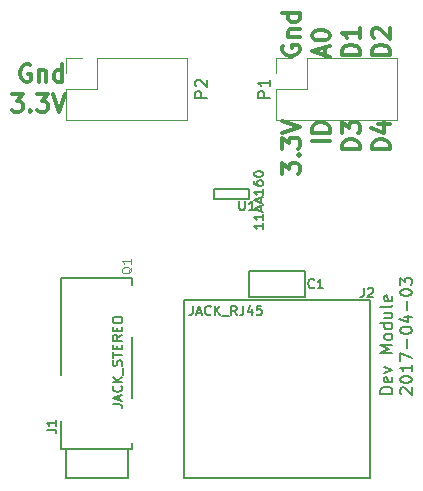
<source format=gbr>
G04 #@! TF.FileFunction,Legend,Top*
%FSLAX46Y46*%
G04 Gerber Fmt 4.6, Leading zero omitted, Abs format (unit mm)*
G04 Created by KiCad (PCBNEW 4.0.5) date 04/03/17 14:34:28*
%MOMM*%
%LPD*%
G01*
G04 APERTURE LIST*
%ADD10C,0.100000*%
%ADD11C,0.152400*%
%ADD12C,0.300000*%
%ADD13C,0.149860*%
%ADD14C,0.120000*%
%ADD15C,0.150000*%
%ADD16C,0.119380*%
G04 APERTURE END LIST*
D10*
D11*
X60581419Y-58813095D02*
X59565419Y-58813095D01*
X59565419Y-58571190D01*
X59613800Y-58426048D01*
X59710562Y-58329286D01*
X59807324Y-58280905D01*
X60000848Y-58232524D01*
X60145990Y-58232524D01*
X60339514Y-58280905D01*
X60436276Y-58329286D01*
X60533038Y-58426048D01*
X60581419Y-58571190D01*
X60581419Y-58813095D01*
X60533038Y-57410048D02*
X60581419Y-57506810D01*
X60581419Y-57700333D01*
X60533038Y-57797095D01*
X60436276Y-57845476D01*
X60049229Y-57845476D01*
X59952467Y-57797095D01*
X59904086Y-57700333D01*
X59904086Y-57506810D01*
X59952467Y-57410048D01*
X60049229Y-57361667D01*
X60145990Y-57361667D01*
X60242752Y-57845476D01*
X59904086Y-57023000D02*
X60581419Y-56781095D01*
X59904086Y-56539191D01*
X60581419Y-55378048D02*
X59565419Y-55378048D01*
X60291133Y-55039382D01*
X59565419Y-54700715D01*
X60581419Y-54700715D01*
X60581419Y-54071762D02*
X60533038Y-54168524D01*
X60484657Y-54216905D01*
X60387895Y-54265286D01*
X60097610Y-54265286D01*
X60000848Y-54216905D01*
X59952467Y-54168524D01*
X59904086Y-54071762D01*
X59904086Y-53926620D01*
X59952467Y-53829858D01*
X60000848Y-53781477D01*
X60097610Y-53733096D01*
X60387895Y-53733096D01*
X60484657Y-53781477D01*
X60533038Y-53829858D01*
X60581419Y-53926620D01*
X60581419Y-54071762D01*
X60581419Y-52862239D02*
X59565419Y-52862239D01*
X60533038Y-52862239D02*
X60581419Y-52959001D01*
X60581419Y-53152524D01*
X60533038Y-53249286D01*
X60484657Y-53297667D01*
X60387895Y-53346048D01*
X60097610Y-53346048D01*
X60000848Y-53297667D01*
X59952467Y-53249286D01*
X59904086Y-53152524D01*
X59904086Y-52959001D01*
X59952467Y-52862239D01*
X59904086Y-51943001D02*
X60581419Y-51943001D01*
X59904086Y-52378429D02*
X60436276Y-52378429D01*
X60533038Y-52330048D01*
X60581419Y-52233286D01*
X60581419Y-52088144D01*
X60533038Y-51991382D01*
X60484657Y-51943001D01*
X60581419Y-51314048D02*
X60533038Y-51410810D01*
X60436276Y-51459191D01*
X59565419Y-51459191D01*
X60533038Y-50539954D02*
X60581419Y-50636716D01*
X60581419Y-50830239D01*
X60533038Y-50927001D01*
X60436276Y-50975382D01*
X60049229Y-50975382D01*
X59952467Y-50927001D01*
X59904086Y-50830239D01*
X59904086Y-50636716D01*
X59952467Y-50539954D01*
X60049229Y-50491573D01*
X60145990Y-50491573D01*
X60242752Y-50975382D01*
X61338581Y-58861476D02*
X61290200Y-58813095D01*
X61241819Y-58716333D01*
X61241819Y-58474429D01*
X61290200Y-58377667D01*
X61338581Y-58329286D01*
X61435343Y-58280905D01*
X61532105Y-58280905D01*
X61677248Y-58329286D01*
X62257819Y-58909857D01*
X62257819Y-58280905D01*
X61241819Y-57651952D02*
X61241819Y-57555191D01*
X61290200Y-57458429D01*
X61338581Y-57410048D01*
X61435343Y-57361667D01*
X61628867Y-57313286D01*
X61870771Y-57313286D01*
X62064295Y-57361667D01*
X62161057Y-57410048D01*
X62209438Y-57458429D01*
X62257819Y-57555191D01*
X62257819Y-57651952D01*
X62209438Y-57748714D01*
X62161057Y-57797095D01*
X62064295Y-57845476D01*
X61870771Y-57893857D01*
X61628867Y-57893857D01*
X61435343Y-57845476D01*
X61338581Y-57797095D01*
X61290200Y-57748714D01*
X61241819Y-57651952D01*
X62257819Y-56345667D02*
X62257819Y-56926238D01*
X62257819Y-56635952D02*
X61241819Y-56635952D01*
X61386962Y-56732714D01*
X61483724Y-56829476D01*
X61532105Y-56926238D01*
X61241819Y-56007000D02*
X61241819Y-55329667D01*
X62257819Y-55765095D01*
X61870771Y-54942619D02*
X61870771Y-54168524D01*
X61241819Y-53491190D02*
X61241819Y-53394429D01*
X61290200Y-53297667D01*
X61338581Y-53249286D01*
X61435343Y-53200905D01*
X61628867Y-53152524D01*
X61870771Y-53152524D01*
X62064295Y-53200905D01*
X62161057Y-53249286D01*
X62209438Y-53297667D01*
X62257819Y-53394429D01*
X62257819Y-53491190D01*
X62209438Y-53587952D01*
X62161057Y-53636333D01*
X62064295Y-53684714D01*
X61870771Y-53733095D01*
X61628867Y-53733095D01*
X61435343Y-53684714D01*
X61338581Y-53636333D01*
X61290200Y-53587952D01*
X61241819Y-53491190D01*
X61580486Y-52281667D02*
X62257819Y-52281667D01*
X61193438Y-52523571D02*
X61919152Y-52765476D01*
X61919152Y-52136524D01*
X61870771Y-51749476D02*
X61870771Y-50975381D01*
X61241819Y-50298047D02*
X61241819Y-50201286D01*
X61290200Y-50104524D01*
X61338581Y-50056143D01*
X61435343Y-50007762D01*
X61628867Y-49959381D01*
X61870771Y-49959381D01*
X62064295Y-50007762D01*
X62161057Y-50056143D01*
X62209438Y-50104524D01*
X62257819Y-50201286D01*
X62257819Y-50298047D01*
X62209438Y-50394809D01*
X62161057Y-50443190D01*
X62064295Y-50491571D01*
X61870771Y-50539952D01*
X61628867Y-50539952D01*
X61435343Y-50491571D01*
X61338581Y-50443190D01*
X61290200Y-50394809D01*
X61241819Y-50298047D01*
X61241819Y-49620714D02*
X61241819Y-48991762D01*
X61628867Y-49330428D01*
X61628867Y-49185286D01*
X61677248Y-49088524D01*
X61725629Y-49040143D01*
X61822390Y-48991762D01*
X62064295Y-48991762D01*
X62161057Y-49040143D01*
X62209438Y-49088524D01*
X62257819Y-49185286D01*
X62257819Y-49475571D01*
X62209438Y-49572333D01*
X62161057Y-49620714D01*
D12*
X28377144Y-33468571D02*
X29305715Y-33468571D01*
X28805715Y-34040000D01*
X29020001Y-34040000D01*
X29162858Y-34111429D01*
X29234287Y-34182857D01*
X29305715Y-34325714D01*
X29305715Y-34682857D01*
X29234287Y-34825714D01*
X29162858Y-34897143D01*
X29020001Y-34968571D01*
X28591429Y-34968571D01*
X28448572Y-34897143D01*
X28377144Y-34825714D01*
X29948572Y-34825714D02*
X30020000Y-34897143D01*
X29948572Y-34968571D01*
X29877143Y-34897143D01*
X29948572Y-34825714D01*
X29948572Y-34968571D01*
X30520001Y-33468571D02*
X31448572Y-33468571D01*
X30948572Y-34040000D01*
X31162858Y-34040000D01*
X31305715Y-34111429D01*
X31377144Y-34182857D01*
X31448572Y-34325714D01*
X31448572Y-34682857D01*
X31377144Y-34825714D01*
X31305715Y-34897143D01*
X31162858Y-34968571D01*
X30734286Y-34968571D01*
X30591429Y-34897143D01*
X30520001Y-34825714D01*
X31877143Y-33468571D02*
X32377143Y-34968571D01*
X32877143Y-33468571D01*
X29948571Y-31000000D02*
X29805714Y-30928571D01*
X29591428Y-30928571D01*
X29377143Y-31000000D01*
X29234285Y-31142857D01*
X29162857Y-31285714D01*
X29091428Y-31571429D01*
X29091428Y-31785714D01*
X29162857Y-32071429D01*
X29234285Y-32214286D01*
X29377143Y-32357143D01*
X29591428Y-32428571D01*
X29734285Y-32428571D01*
X29948571Y-32357143D01*
X30020000Y-32285714D01*
X30020000Y-31785714D01*
X29734285Y-31785714D01*
X30662857Y-31428571D02*
X30662857Y-32428571D01*
X30662857Y-31571429D02*
X30734285Y-31500000D01*
X30877143Y-31428571D01*
X31091428Y-31428571D01*
X31234285Y-31500000D01*
X31305714Y-31642857D01*
X31305714Y-32428571D01*
X32662857Y-32428571D02*
X32662857Y-30928571D01*
X32662857Y-32357143D02*
X32520000Y-32428571D01*
X32234286Y-32428571D01*
X32091428Y-32357143D01*
X32020000Y-32285714D01*
X31948571Y-32142857D01*
X31948571Y-31714286D01*
X32020000Y-31571429D01*
X32091428Y-31500000D01*
X32234286Y-31428571D01*
X32520000Y-31428571D01*
X32662857Y-31500000D01*
X60368571Y-38131428D02*
X58868571Y-38131428D01*
X58868571Y-37774285D01*
X58940000Y-37560000D01*
X59082857Y-37417142D01*
X59225714Y-37345714D01*
X59511429Y-37274285D01*
X59725714Y-37274285D01*
X60011429Y-37345714D01*
X60154286Y-37417142D01*
X60297143Y-37560000D01*
X60368571Y-37774285D01*
X60368571Y-38131428D01*
X59368571Y-35988571D02*
X60368571Y-35988571D01*
X58797143Y-36345714D02*
X59868571Y-36702857D01*
X59868571Y-35774285D01*
X57828571Y-38131428D02*
X56328571Y-38131428D01*
X56328571Y-37774285D01*
X56400000Y-37560000D01*
X56542857Y-37417142D01*
X56685714Y-37345714D01*
X56971429Y-37274285D01*
X57185714Y-37274285D01*
X57471429Y-37345714D01*
X57614286Y-37417142D01*
X57757143Y-37560000D01*
X57828571Y-37774285D01*
X57828571Y-38131428D01*
X56328571Y-36774285D02*
X56328571Y-35845714D01*
X56900000Y-36345714D01*
X56900000Y-36131428D01*
X56971429Y-35988571D01*
X57042857Y-35917142D01*
X57185714Y-35845714D01*
X57542857Y-35845714D01*
X57685714Y-35917142D01*
X57757143Y-35988571D01*
X57828571Y-36131428D01*
X57828571Y-36560000D01*
X57757143Y-36702857D01*
X57685714Y-36774285D01*
X55288571Y-37417143D02*
X53788571Y-37417143D01*
X55288571Y-36702857D02*
X53788571Y-36702857D01*
X53788571Y-36345714D01*
X53860000Y-36131429D01*
X54002857Y-35988571D01*
X54145714Y-35917143D01*
X54431429Y-35845714D01*
X54645714Y-35845714D01*
X54931429Y-35917143D01*
X55074286Y-35988571D01*
X55217143Y-36131429D01*
X55288571Y-36345714D01*
X55288571Y-36702857D01*
X51248571Y-40202856D02*
X51248571Y-39274285D01*
X51820000Y-39774285D01*
X51820000Y-39559999D01*
X51891429Y-39417142D01*
X51962857Y-39345713D01*
X52105714Y-39274285D01*
X52462857Y-39274285D01*
X52605714Y-39345713D01*
X52677143Y-39417142D01*
X52748571Y-39559999D01*
X52748571Y-39988571D01*
X52677143Y-40131428D01*
X52605714Y-40202856D01*
X52605714Y-38631428D02*
X52677143Y-38560000D01*
X52748571Y-38631428D01*
X52677143Y-38702857D01*
X52605714Y-38631428D01*
X52748571Y-38631428D01*
X51248571Y-38059999D02*
X51248571Y-37131428D01*
X51820000Y-37631428D01*
X51820000Y-37417142D01*
X51891429Y-37274285D01*
X51962857Y-37202856D01*
X52105714Y-37131428D01*
X52462857Y-37131428D01*
X52605714Y-37202856D01*
X52677143Y-37274285D01*
X52748571Y-37417142D01*
X52748571Y-37845714D01*
X52677143Y-37988571D01*
X52605714Y-38059999D01*
X51248571Y-36702857D02*
X52748571Y-36202857D01*
X51248571Y-35702857D01*
X60368571Y-30122857D02*
X58868571Y-30122857D01*
X58868571Y-29765714D01*
X58940000Y-29551429D01*
X59082857Y-29408571D01*
X59225714Y-29337143D01*
X59511429Y-29265714D01*
X59725714Y-29265714D01*
X60011429Y-29337143D01*
X60154286Y-29408571D01*
X60297143Y-29551429D01*
X60368571Y-29765714D01*
X60368571Y-30122857D01*
X59011429Y-28694286D02*
X58940000Y-28622857D01*
X58868571Y-28480000D01*
X58868571Y-28122857D01*
X58940000Y-27980000D01*
X59011429Y-27908571D01*
X59154286Y-27837143D01*
X59297143Y-27837143D01*
X59511429Y-27908571D01*
X60368571Y-28765714D01*
X60368571Y-27837143D01*
X57828571Y-30122857D02*
X56328571Y-30122857D01*
X56328571Y-29765714D01*
X56400000Y-29551429D01*
X56542857Y-29408571D01*
X56685714Y-29337143D01*
X56971429Y-29265714D01*
X57185714Y-29265714D01*
X57471429Y-29337143D01*
X57614286Y-29408571D01*
X57757143Y-29551429D01*
X57828571Y-29765714D01*
X57828571Y-30122857D01*
X57828571Y-27837143D02*
X57828571Y-28694286D01*
X57828571Y-28265714D02*
X56328571Y-28265714D01*
X56542857Y-28408571D01*
X56685714Y-28551429D01*
X56757143Y-28694286D01*
X54860000Y-30194286D02*
X54860000Y-29480000D01*
X55288571Y-30337143D02*
X53788571Y-29837143D01*
X55288571Y-29337143D01*
X53788571Y-28551429D02*
X53788571Y-28408572D01*
X53860000Y-28265715D01*
X53931429Y-28194286D01*
X54074286Y-28122857D01*
X54360000Y-28051429D01*
X54717143Y-28051429D01*
X55002857Y-28122857D01*
X55145714Y-28194286D01*
X55217143Y-28265715D01*
X55288571Y-28408572D01*
X55288571Y-28551429D01*
X55217143Y-28694286D01*
X55145714Y-28765715D01*
X55002857Y-28837143D01*
X54717143Y-28908572D01*
X54360000Y-28908572D01*
X54074286Y-28837143D01*
X53931429Y-28765715D01*
X53860000Y-28694286D01*
X53788571Y-28551429D01*
X51320000Y-29337143D02*
X51248571Y-29480000D01*
X51248571Y-29694286D01*
X51320000Y-29908571D01*
X51462857Y-30051429D01*
X51605714Y-30122857D01*
X51891429Y-30194286D01*
X52105714Y-30194286D01*
X52391429Y-30122857D01*
X52534286Y-30051429D01*
X52677143Y-29908571D01*
X52748571Y-29694286D01*
X52748571Y-29551429D01*
X52677143Y-29337143D01*
X52605714Y-29265714D01*
X52105714Y-29265714D01*
X52105714Y-29551429D01*
X51748571Y-28622857D02*
X52748571Y-28622857D01*
X51891429Y-28622857D02*
X51820000Y-28551429D01*
X51748571Y-28408571D01*
X51748571Y-28194286D01*
X51820000Y-28051429D01*
X51962857Y-27980000D01*
X52748571Y-27980000D01*
X52748571Y-26622857D02*
X51248571Y-26622857D01*
X52677143Y-26622857D02*
X52748571Y-26765714D01*
X52748571Y-27051428D01*
X52677143Y-27194286D01*
X52605714Y-27265714D01*
X52462857Y-27337143D01*
X52034286Y-27337143D01*
X51891429Y-27265714D01*
X51820000Y-27194286D01*
X51748571Y-27051428D01*
X51748571Y-26765714D01*
X51820000Y-26622857D01*
D13*
X53162200Y-50596800D02*
X53162200Y-48463200D01*
X48437800Y-48463200D02*
X53162200Y-48463200D01*
X53136800Y-50596800D02*
X48437800Y-50596800D01*
X48437800Y-50596800D02*
X48437800Y-48463200D01*
D11*
X32562800Y-63500000D02*
X32562800Y-61112400D01*
X32562800Y-57251600D02*
X32562800Y-48996600D01*
X38557200Y-49580800D02*
X38557200Y-48996600D01*
X38557200Y-59182000D02*
X38557200Y-54000400D01*
X38557200Y-63500000D02*
X38557200Y-63017400D01*
X38176200Y-63500000D02*
X38176200Y-65989200D01*
X38176200Y-65989200D02*
X32943800Y-65989200D01*
X32943800Y-65989200D02*
X32943800Y-63500000D01*
X32562800Y-48996600D02*
X38557200Y-48996600D01*
X38557200Y-63500000D02*
X32562800Y-63500000D01*
D13*
X42925000Y-65920000D02*
X42925000Y-50920000D01*
X42925000Y-50920000D02*
X58675000Y-50920000D01*
X58675000Y-50920000D02*
X58675000Y-65920000D01*
X58675000Y-65920000D02*
X42925000Y-65920000D01*
D14*
X53340000Y-30420000D02*
X61020000Y-30420000D01*
X61020000Y-30420000D02*
X61020000Y-35620000D01*
X61020000Y-35620000D02*
X50740000Y-35620000D01*
X50740000Y-35620000D02*
X50740000Y-33020000D01*
X50740000Y-33020000D02*
X53340000Y-33020000D01*
X53340000Y-33020000D02*
X53340000Y-30420000D01*
X52070000Y-30420000D02*
X50740000Y-30420000D01*
X50740000Y-30420000D02*
X50740000Y-31690000D01*
X35560000Y-30420000D02*
X43240000Y-30420000D01*
X43240000Y-30420000D02*
X43240000Y-35620000D01*
X43240000Y-35620000D02*
X32960000Y-35620000D01*
X32960000Y-35620000D02*
X32960000Y-33020000D01*
X32960000Y-33020000D02*
X35560000Y-33020000D01*
X35560000Y-33020000D02*
X35560000Y-30420000D01*
X34290000Y-30420000D02*
X32960000Y-30420000D01*
X32960000Y-30420000D02*
X32960000Y-31690000D01*
D13*
X48488600Y-42341800D02*
X45491400Y-42341800D01*
X45491400Y-42341800D02*
X45491400Y-41478200D01*
X45491400Y-41478200D02*
X48488600Y-41478200D01*
X48488600Y-41478200D02*
X48488600Y-42341800D01*
D15*
X53968667Y-49815714D02*
X53930572Y-49853810D01*
X53816286Y-49891905D01*
X53740096Y-49891905D01*
X53625810Y-49853810D01*
X53549619Y-49777619D01*
X53511524Y-49701429D01*
X53473429Y-49549048D01*
X53473429Y-49434762D01*
X53511524Y-49282381D01*
X53549619Y-49206190D01*
X53625810Y-49130000D01*
X53740096Y-49091905D01*
X53816286Y-49091905D01*
X53930572Y-49130000D01*
X53968667Y-49168095D01*
X54730572Y-49891905D02*
X54273429Y-49891905D01*
X54502000Y-49891905D02*
X54502000Y-49091905D01*
X54425810Y-49206190D01*
X54349619Y-49282381D01*
X54273429Y-49320476D01*
D11*
X31311905Y-61861666D02*
X31883333Y-61861666D01*
X31997619Y-61899762D01*
X32073810Y-61975952D01*
X32111905Y-62090238D01*
X32111905Y-62166428D01*
X32111905Y-61061666D02*
X32111905Y-61518809D01*
X32111905Y-61290238D02*
X31311905Y-61290238D01*
X31426190Y-61366428D01*
X31502381Y-61442619D01*
X31540476Y-61518809D01*
X36899905Y-59695905D02*
X37471333Y-59695905D01*
X37585619Y-59734001D01*
X37661810Y-59810191D01*
X37699905Y-59924477D01*
X37699905Y-60000667D01*
X37471333Y-59353048D02*
X37471333Y-58972096D01*
X37699905Y-59429239D02*
X36899905Y-59162572D01*
X37699905Y-58895905D01*
X37623714Y-58172096D02*
X37661810Y-58210191D01*
X37699905Y-58324477D01*
X37699905Y-58400667D01*
X37661810Y-58514953D01*
X37585619Y-58591144D01*
X37509429Y-58629239D01*
X37357048Y-58667334D01*
X37242762Y-58667334D01*
X37090381Y-58629239D01*
X37014190Y-58591144D01*
X36938000Y-58514953D01*
X36899905Y-58400667D01*
X36899905Y-58324477D01*
X36938000Y-58210191D01*
X36976095Y-58172096D01*
X37699905Y-57829239D02*
X36899905Y-57829239D01*
X37699905Y-57372096D02*
X37242762Y-57714953D01*
X36899905Y-57372096D02*
X37357048Y-57829239D01*
X37776095Y-57219715D02*
X37776095Y-56610191D01*
X37661810Y-56457810D02*
X37699905Y-56343524D01*
X37699905Y-56153048D01*
X37661810Y-56076858D01*
X37623714Y-56038762D01*
X37547524Y-56000667D01*
X37471333Y-56000667D01*
X37395143Y-56038762D01*
X37357048Y-56076858D01*
X37318952Y-56153048D01*
X37280857Y-56305429D01*
X37242762Y-56381620D01*
X37204667Y-56419715D01*
X37128476Y-56457810D01*
X37052286Y-56457810D01*
X36976095Y-56419715D01*
X36938000Y-56381620D01*
X36899905Y-56305429D01*
X36899905Y-56114953D01*
X36938000Y-56000667D01*
X36899905Y-55772096D02*
X36899905Y-55314953D01*
X37699905Y-55543524D02*
X36899905Y-55543524D01*
X37280857Y-55048286D02*
X37280857Y-54781619D01*
X37699905Y-54667333D02*
X37699905Y-55048286D01*
X36899905Y-55048286D01*
X36899905Y-54667333D01*
X37699905Y-53867333D02*
X37318952Y-54134000D01*
X37699905Y-54324476D02*
X36899905Y-54324476D01*
X36899905Y-54019714D01*
X36938000Y-53943523D01*
X36976095Y-53905428D01*
X37052286Y-53867333D01*
X37166571Y-53867333D01*
X37242762Y-53905428D01*
X37280857Y-53943523D01*
X37318952Y-54019714D01*
X37318952Y-54324476D01*
X37280857Y-53524476D02*
X37280857Y-53257809D01*
X37699905Y-53143523D02*
X37699905Y-53524476D01*
X36899905Y-53524476D01*
X36899905Y-53143523D01*
X36899905Y-52648285D02*
X36899905Y-52495904D01*
X36938000Y-52419713D01*
X37014190Y-52343523D01*
X37166571Y-52305428D01*
X37433238Y-52305428D01*
X37585619Y-52343523D01*
X37661810Y-52419713D01*
X37699905Y-52495904D01*
X37699905Y-52648285D01*
X37661810Y-52724475D01*
X37585619Y-52800666D01*
X37433238Y-52838761D01*
X37166571Y-52838761D01*
X37014190Y-52800666D01*
X36938000Y-52724475D01*
X36899905Y-52648285D01*
D15*
X58153334Y-49853905D02*
X58153334Y-50425333D01*
X58115238Y-50539619D01*
X58039048Y-50615810D01*
X57924762Y-50653905D01*
X57848572Y-50653905D01*
X58496191Y-49930095D02*
X58534286Y-49892000D01*
X58610477Y-49853905D01*
X58800953Y-49853905D01*
X58877143Y-49892000D01*
X58915239Y-49930095D01*
X58953334Y-50006286D01*
X58953334Y-50082476D01*
X58915239Y-50196762D01*
X58458096Y-50653905D01*
X58953334Y-50653905D01*
X43682000Y-51377905D02*
X43682000Y-51949333D01*
X43643904Y-52063619D01*
X43567714Y-52139810D01*
X43453428Y-52177905D01*
X43377238Y-52177905D01*
X44024857Y-51949333D02*
X44405809Y-51949333D01*
X43948666Y-52177905D02*
X44215333Y-51377905D01*
X44482000Y-52177905D01*
X45205809Y-52101714D02*
X45167714Y-52139810D01*
X45053428Y-52177905D01*
X44977238Y-52177905D01*
X44862952Y-52139810D01*
X44786761Y-52063619D01*
X44748666Y-51987429D01*
X44710571Y-51835048D01*
X44710571Y-51720762D01*
X44748666Y-51568381D01*
X44786761Y-51492190D01*
X44862952Y-51416000D01*
X44977238Y-51377905D01*
X45053428Y-51377905D01*
X45167714Y-51416000D01*
X45205809Y-51454095D01*
X45548666Y-52177905D02*
X45548666Y-51377905D01*
X46005809Y-52177905D02*
X45662952Y-51720762D01*
X46005809Y-51377905D02*
X45548666Y-51835048D01*
X46158190Y-52254095D02*
X46767714Y-52254095D01*
X47415333Y-52177905D02*
X47148666Y-51796952D01*
X46958190Y-52177905D02*
X46958190Y-51377905D01*
X47262952Y-51377905D01*
X47339143Y-51416000D01*
X47377238Y-51454095D01*
X47415333Y-51530286D01*
X47415333Y-51644571D01*
X47377238Y-51720762D01*
X47339143Y-51758857D01*
X47262952Y-51796952D01*
X46958190Y-51796952D01*
X47986762Y-51377905D02*
X47986762Y-51949333D01*
X47948666Y-52063619D01*
X47872476Y-52139810D01*
X47758190Y-52177905D01*
X47682000Y-52177905D01*
X48710571Y-51644571D02*
X48710571Y-52177905D01*
X48520095Y-51339810D02*
X48329619Y-51911238D01*
X48824857Y-51911238D01*
X49510572Y-51377905D02*
X49129619Y-51377905D01*
X49091524Y-51758857D01*
X49129619Y-51720762D01*
X49205810Y-51682667D01*
X49396286Y-51682667D01*
X49472476Y-51720762D01*
X49510572Y-51758857D01*
X49548667Y-51835048D01*
X49548667Y-52025524D01*
X49510572Y-52101714D01*
X49472476Y-52139810D01*
X49396286Y-52177905D01*
X49205810Y-52177905D01*
X49129619Y-52139810D01*
X49091524Y-52101714D01*
X50192381Y-33758095D02*
X49192381Y-33758095D01*
X49192381Y-33377142D01*
X49240000Y-33281904D01*
X49287619Y-33234285D01*
X49382857Y-33186666D01*
X49525714Y-33186666D01*
X49620952Y-33234285D01*
X49668571Y-33281904D01*
X49716190Y-33377142D01*
X49716190Y-33758095D01*
X50192381Y-32234285D02*
X50192381Y-32805714D01*
X50192381Y-32520000D02*
X49192381Y-32520000D01*
X49335238Y-32615238D01*
X49430476Y-32710476D01*
X49478095Y-32805714D01*
X44902381Y-33758095D02*
X43902381Y-33758095D01*
X43902381Y-33377142D01*
X43950000Y-33281904D01*
X43997619Y-33234285D01*
X44092857Y-33186666D01*
X44235714Y-33186666D01*
X44330952Y-33234285D01*
X44378571Y-33281904D01*
X44426190Y-33377142D01*
X44426190Y-33758095D01*
X43997619Y-32805714D02*
X43950000Y-32758095D01*
X43902381Y-32662857D01*
X43902381Y-32424761D01*
X43950000Y-32329523D01*
X43997619Y-32281904D01*
X44092857Y-32234285D01*
X44188095Y-32234285D01*
X44330952Y-32281904D01*
X44902381Y-32853333D01*
X44902381Y-32234285D01*
D16*
X38517286Y-48078571D02*
X38481000Y-48151143D01*
X38408429Y-48223714D01*
X38299571Y-48332571D01*
X38263286Y-48405143D01*
X38263286Y-48477714D01*
X38444714Y-48441429D02*
X38408429Y-48514000D01*
X38335857Y-48586571D01*
X38190714Y-48622857D01*
X37936714Y-48622857D01*
X37791571Y-48586571D01*
X37719000Y-48514000D01*
X37682714Y-48441429D01*
X37682714Y-48296286D01*
X37719000Y-48223714D01*
X37791571Y-48151143D01*
X37936714Y-48114857D01*
X38190714Y-48114857D01*
X38335857Y-48151143D01*
X38408429Y-48223714D01*
X38444714Y-48296286D01*
X38444714Y-48441429D01*
X38444714Y-47389143D02*
X38444714Y-47824571D01*
X38444714Y-47606857D02*
X37682714Y-47606857D01*
X37791571Y-47679428D01*
X37864143Y-47752000D01*
X37900429Y-47824571D01*
D15*
X47650476Y-42487905D02*
X47650476Y-43135524D01*
X47688571Y-43211714D01*
X47726667Y-43249810D01*
X47802857Y-43287905D01*
X47955238Y-43287905D01*
X48031429Y-43249810D01*
X48069524Y-43211714D01*
X48107619Y-43135524D01*
X48107619Y-42487905D01*
X48907619Y-43287905D02*
X48450476Y-43287905D01*
X48679047Y-43287905D02*
X48679047Y-42487905D01*
X48602857Y-42602190D01*
X48526666Y-42678381D01*
X48450476Y-42716476D01*
X49663305Y-44398952D02*
X49663305Y-44856095D01*
X49663305Y-44627524D02*
X48863305Y-44627524D01*
X48977590Y-44703714D01*
X49053781Y-44779905D01*
X49091876Y-44856095D01*
X49663305Y-43637047D02*
X49663305Y-44094190D01*
X49663305Y-43865619D02*
X48863305Y-43865619D01*
X48977590Y-43941809D01*
X49053781Y-44018000D01*
X49091876Y-44094190D01*
X49434733Y-43332285D02*
X49434733Y-42951333D01*
X49663305Y-43408476D02*
X48863305Y-43141809D01*
X49663305Y-42875142D01*
X49434733Y-42646571D02*
X49434733Y-42265619D01*
X49663305Y-42722762D02*
X48863305Y-42456095D01*
X49663305Y-42189428D01*
X49663305Y-41503714D02*
X49663305Y-41960857D01*
X49663305Y-41732286D02*
X48863305Y-41732286D01*
X48977590Y-41808476D01*
X49053781Y-41884667D01*
X49091876Y-41960857D01*
X48863305Y-40818000D02*
X48863305Y-40970381D01*
X48901400Y-41046571D01*
X48939495Y-41084666D01*
X49053781Y-41160857D01*
X49206162Y-41198952D01*
X49510924Y-41198952D01*
X49587114Y-41160857D01*
X49625210Y-41122762D01*
X49663305Y-41046571D01*
X49663305Y-40894190D01*
X49625210Y-40818000D01*
X49587114Y-40779904D01*
X49510924Y-40741809D01*
X49320448Y-40741809D01*
X49244257Y-40779904D01*
X49206162Y-40818000D01*
X49168067Y-40894190D01*
X49168067Y-41046571D01*
X49206162Y-41122762D01*
X49244257Y-41160857D01*
X49320448Y-41198952D01*
X48863305Y-40246571D02*
X48863305Y-40170380D01*
X48901400Y-40094190D01*
X48939495Y-40056095D01*
X49015686Y-40017999D01*
X49168067Y-39979904D01*
X49358543Y-39979904D01*
X49510924Y-40017999D01*
X49587114Y-40056095D01*
X49625210Y-40094190D01*
X49663305Y-40170380D01*
X49663305Y-40246571D01*
X49625210Y-40322761D01*
X49587114Y-40360857D01*
X49510924Y-40398952D01*
X49358543Y-40437047D01*
X49168067Y-40437047D01*
X49015686Y-40398952D01*
X48939495Y-40360857D01*
X48901400Y-40322761D01*
X48863305Y-40246571D01*
M02*

</source>
